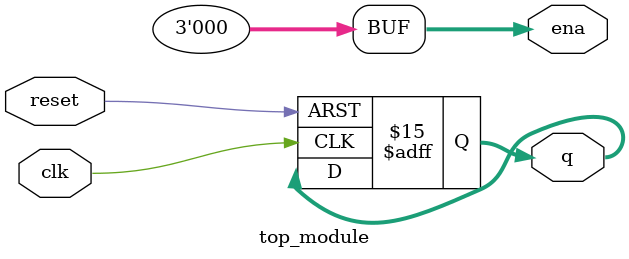
<source format=sv>
module top_module(
	input clk,
	input reset,
	output reg [2:0] ena,
	output reg [15:0] q);

	always @(posedge clk or posedge reset) begin
		if (reset)
			q <= 0;
		else begin
			// Increment ones digit
			if (ena[0])
				q[3:0] <= q[3:0] + 1;

			// Increment tens digit
			if (ena[1])
				q[7:4] <= q[7:4] + 1;
			
			// Increment hundreds digit
			if (ena[2])
				q[11:8] <= q[11:8] + 1;
			
			// Increment thousands digit
			if (ena[2])
				q[15:12] <= q[15:12] + 1;
		end
	end

	// Initial value for ena and q
	initial begin
		ena <= 0;
		q <= 0;
	end

endmodule

</source>
